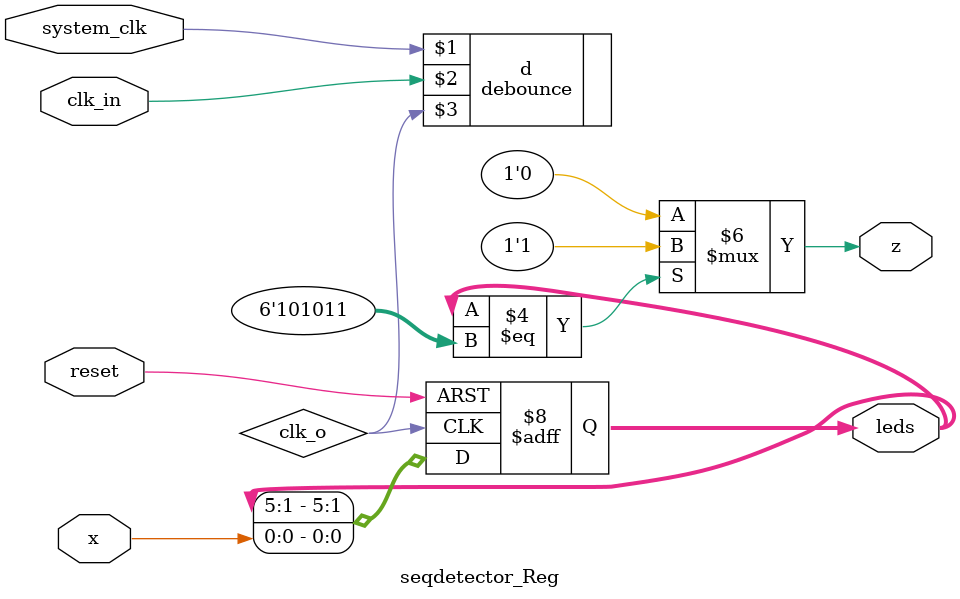
<source format=v>
module seqdetector_Reg(clk_in,system_clk,reset,x,z,leds);
  input clk_in,system_clk,reset,x;//?????system_clk?????????????clk_in??????reset??????x???
  output reg z;//????
  output reg [6:1] leds;//?????????6?LED??
  wire clk_o;//????????????
  
  debounce d(system_clk,clk_in,clk_o);//????
  
  always @(posedge clk_o or posedge reset)
    begin
      if(reset) 
        leds<=0;//???????????
      else 
      begin
        leds=(leds<<1);//?????
        leds[1]=x;//??????????
      end
    end
  
  always @(leds)//???????????????
    begin
      if(leds==6'b101011) z<=1;//??????????????1
      else z<=0;
    end
endmodule

</source>
